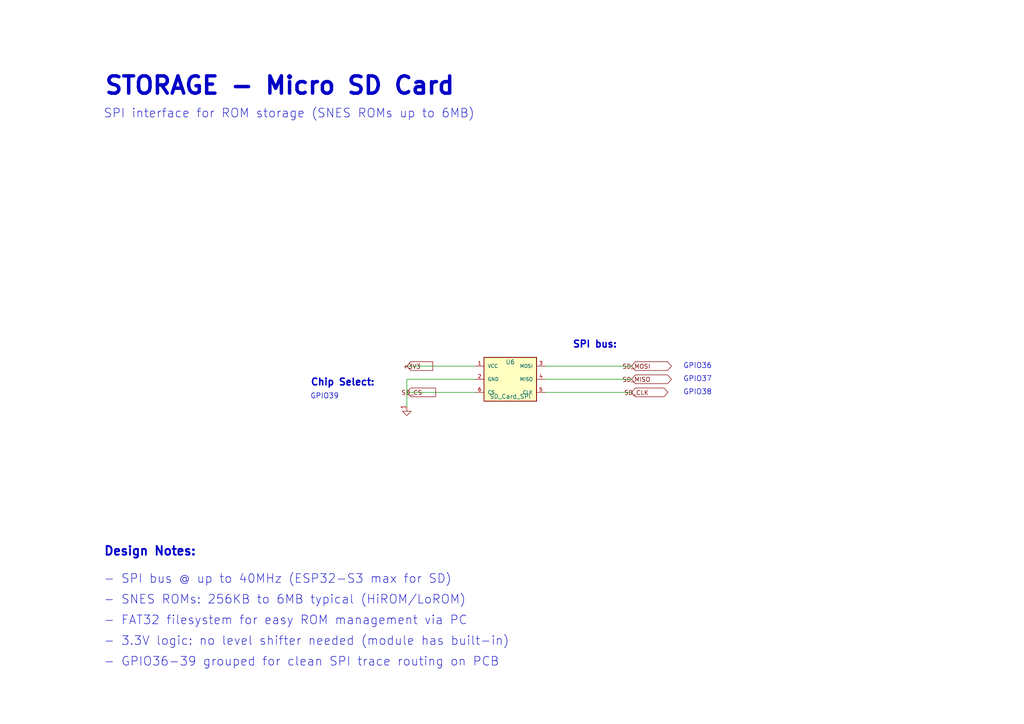
<source format=kicad_sch>
(kicad_sch (version 20231120) (generator "eeschema") (generator_version "9.0")
  (paper "A4")
  (title_block (title "Storage - SD Card SPI") (comment 1 "ESP32 Emu Turbo - Handheld Retro Console") (comment 2 "Generated by scripts/generate_schematics"))
  (lib_symbols
    (symbol "SD_Module" (pin_names (offset 1.016))
      (property "Reference" "U" (at 0 7.62 0))
      (property "Value" "SD_Card_SPI" (at 0 -7.62 0))
      (symbol "SD_Module_0_1"
        (rectangle (start -7.62 6.35) (end 7.62 -6.35) (stroke (width 0.254)) (fill (type background)))
      )
      (symbol "SD_Module_1_1"
        (pin power_in line (at -10.16 3.81 0) (length 2.54) (name "VCC") (number "1"))
        (pin power_in line (at -10.16 0 0) (length 2.54) (name "GND") (number "2"))
        (pin input line (at 10.16 3.81 180) (length 2.54) (name "MOSI") (number "3"))
        (pin output line (at 10.16 0 180) (length 2.54) (name "MISO") (number "4"))
        (pin input line (at 10.16 -3.81 180) (length 2.54) (name "CLK") (number "5"))
        (pin input line (at -10.16 -3.81 0) (length 2.54) (name "CS") (number "6"))
      )
    )
    (symbol "+3V3" (pin_names (offset 0) hide) (in_bom no) (on_board no)
      (property "Value" "+3V3" (at 0 3.81 0))
      (symbol "+3V3_0_1"
        (polyline (pts (xy -0.762 1.27) (xy 0 2.54)))
        (polyline (pts (xy 0 0) (xy 0 2.54)))
        (polyline (pts (xy 0 2.54) (xy 0.762 1.27)))
      )
      (symbol "+3V3_1_1"
        (pin power_in line (at 0 0 90) (length 0) (name "+3V3") (number "1"))
      )
    )
    (symbol "+5V" (pin_names (offset 0) hide) (in_bom no) (on_board no)
      (property "Value" "+5V" (at 0 3.81 0))
      (symbol "+5V_0_1"
        (polyline (pts (xy -0.762 1.27) (xy 0 2.54)))
        (polyline (pts (xy 0 0) (xy 0 2.54)))
        (polyline (pts (xy 0 2.54) (xy 0.762 1.27)))
      )
      (symbol "+5V_1_1"
        (pin power_in line (at 0 0 90) (length 0) (name "+5V") (number "1"))
      )
    )
    (symbol "GND" (pin_names (offset 0) hide) (in_bom no) (on_board no)
      (property "Value" "GND" (at 0 -3.81 0))
      (symbol "GND_0_1"
        (polyline (pts (xy 0 0) (xy 0 -1.27) (xy 1.27 -1.27) (xy 0 -2.54) (xy -1.27 -1.27) (xy 0 -1.27)))
      )
      (symbol "GND_1_1"
        (pin power_in line (at 0 0 270) (length 0) (name "GND") (number "1"))
      )
    )
  )
  (text "STORAGE - Micro SD Card" (at 30 25 0) (effects (font (size 5 5) bold) (justify left)))
  (text "SPI interface for ROM storage (SNES ROMs up to 6MB)" (at 30 33 0) (effects (font (size 2.54 2.54)) (justify left)))
  (symbol (lib_id "SD_Module") (at 148 110 0) (unit 1)
    (property "Reference" "U6" (at 148 105 0))
    (property "Value" "SD_Card_SPI" (at 148 115 0))
  )
  (global_label "+3V3" (shape input) (at 118 106.19 0))
  (wire (pts (xy 118 106.19) (xy 137.84 106.19)))
  (symbol (lib_id "GND") (at 118 118 0) (unit 1) (in_bom no) (on_board no)
    (property "Reference" "#PWR001" (effects hide))
    (property "Value" "GND" (effects hide))
  )
  (wire (pts (xy 137.84 110) (xy 118 110)))
  (wire (pts (xy 118 110) (xy 118 118)))
  (text "SPI bus:" (at 166 100 0) (effects (font (size 2 2) bold) (justify left)))
  (wire (pts (xy 158.16 106.19) (xy 183.16 106.19)))
  (global_label "SD_MOSI" (shape bidirectional) (at 183.16 106.19 0))
  (text "GPIO36" (at 198.16 106.19 0) (effects (font (size 1.5 1.5)) (justify left)))
  (wire (pts (xy 158.16 110) (xy 183.16 110)))
  (global_label "SD_MISO" (shape bidirectional) (at 183.16 110 0))
  (text "GPIO37" (at 198.16 110 0) (effects (font (size 1.5 1.5)) (justify left)))
  (wire (pts (xy 158.16 113.81) (xy 183.16 113.81)))
  (global_label "SD_CLK" (shape bidirectional) (at 183.16 113.81 0))
  (text "GPIO38" (at 198.16 113.81 0) (effects (font (size 1.5 1.5)) (justify left)))
  (text "Chip Select:" (at 90 111 0) (effects (font (size 2 2) bold) (justify left)))
  (global_label "SD_CS" (shape input) (at 118 113.81 0))
  (wire (pts (xy 118 113.81) (xy 137.84 113.81)))
  (text "GPIO39" (at 90 115 0) (effects (font (size 1.5 1.5)) (justify left)))
  (text "Design Notes:" (at 30 160 0) (effects (font (size 2.54 2.54) bold) (justify left)))
  (text "- SPI bus @ up to 40MHz (ESP32-S3 max for SD)" (at 30 168 0) (effects (font (size 2.54 2.54)) (justify left)))
  (text "- SNES ROMs: 256KB to 6MB typical (HiROM/LoROM)" (at 30 174 0) (effects (font (size 2.54 2.54)) (justify left)))
  (text "- FAT32 filesystem for easy ROM management via PC" (at 30 180 0) (effects (font (size 2.54 2.54)) (justify left)))
  (text "- 3.3V logic: no level shifter needed (module has built-in)" (at 30 186 0) (effects (font (size 2.54 2.54)) (justify left)))
  (text "- GPIO36-39 grouped for clean SPI trace routing on PCB" (at 30 192 0) (effects (font (size 2.54 2.54)) (justify left)))
)
</source>
